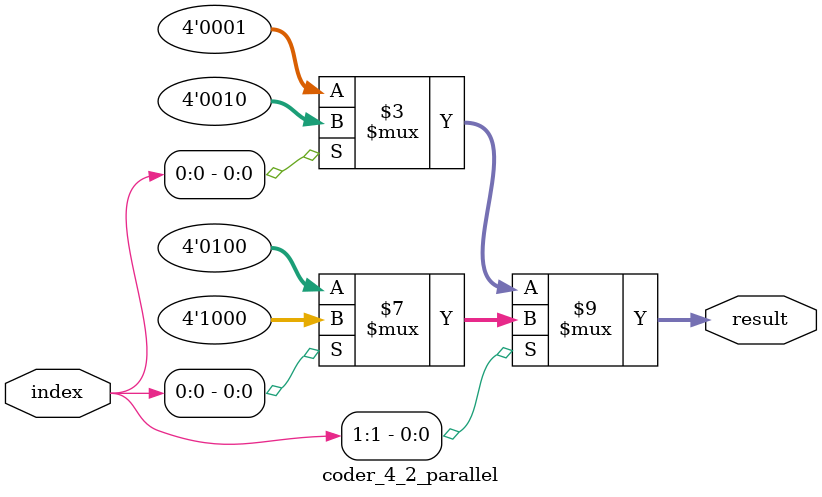
<source format=v>
`timescale 1ns / 1ps
/***********************************************
Module Name:   coder_4_2_parallel
Feature:       Show parallel structure 4-2 coder
Coder:         Garfield
Organization:  XXXX Group, Department of Architecture
------------------------------------------------------
Input ports:   index, 2 bits, operent
Output Ports:  result, 4 bits, 
               when index = 00, result = 0001
					when index = 01, result = 0010
					when index = 10, result = 0100
					when index = 11, result = 1000
------------------------------------------------------
History:
12-22-2015: First Version by Garfield
12-22-2015: First verified by Coder_4_2_Parallel_test
***********************************************/

module coder_4_2_parallel
  ( input[1:0] index,
    output reg[3:0] result     
  );
  
//Load other module(s)

//Definition for Variables in the module

//Logical
always @(*)
begin
    if (index[1])
	 begin
	     if (index[0])
		  begin
		      result <= 4'b1000;
		  end
        else
        begin
		      result <= 4'b0100;
        end		  
	 end
	 else 
	 begin
	 	  if (index[0])
		  begin
		      result <= 4'b0010;
		  end
        else
        begin
		      result <= 4'b0001;
        end	
	 end
end

endmodule

</source>
